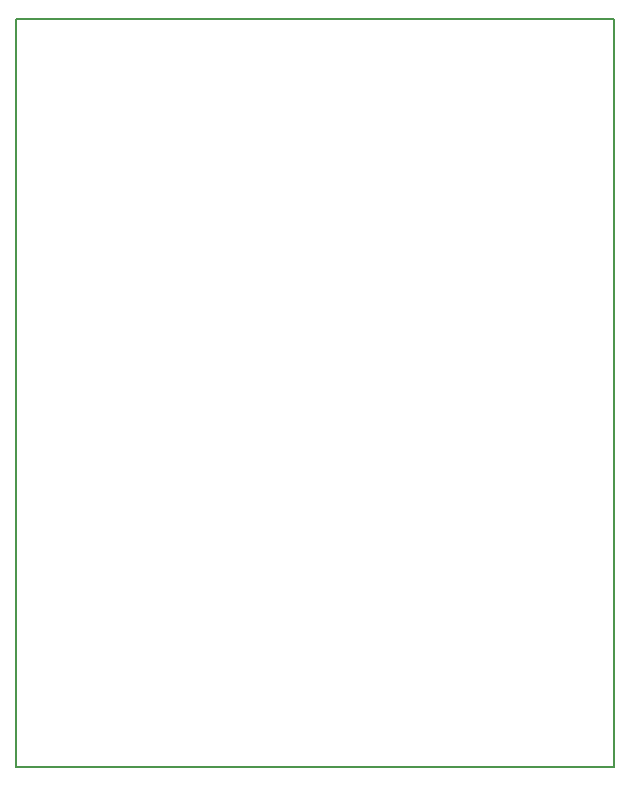
<source format=gm1>
G04 MADE WITH FRITZING*
G04 WWW.FRITZING.ORG*
G04 DOUBLE SIDED*
G04 HOLES PLATED*
G04 CONTOUR ON CENTER OF CONTOUR VECTOR*
%ASAXBY*%
%FSLAX23Y23*%
%MOIN*%
%OFA0B0*%
%SFA1.0B1.0*%
%ADD10R,1.999060X2.499760*%
%ADD11C,0.008000*%
%ADD10C,0.008*%
%LNCONTOUR*%
G90*
G70*
G54D10*
G54D11*
X4Y2496D02*
X1995Y2496D01*
X1995Y4D01*
X4Y4D01*
X4Y2496D01*
D02*
G04 End of contour*
M02*
</source>
